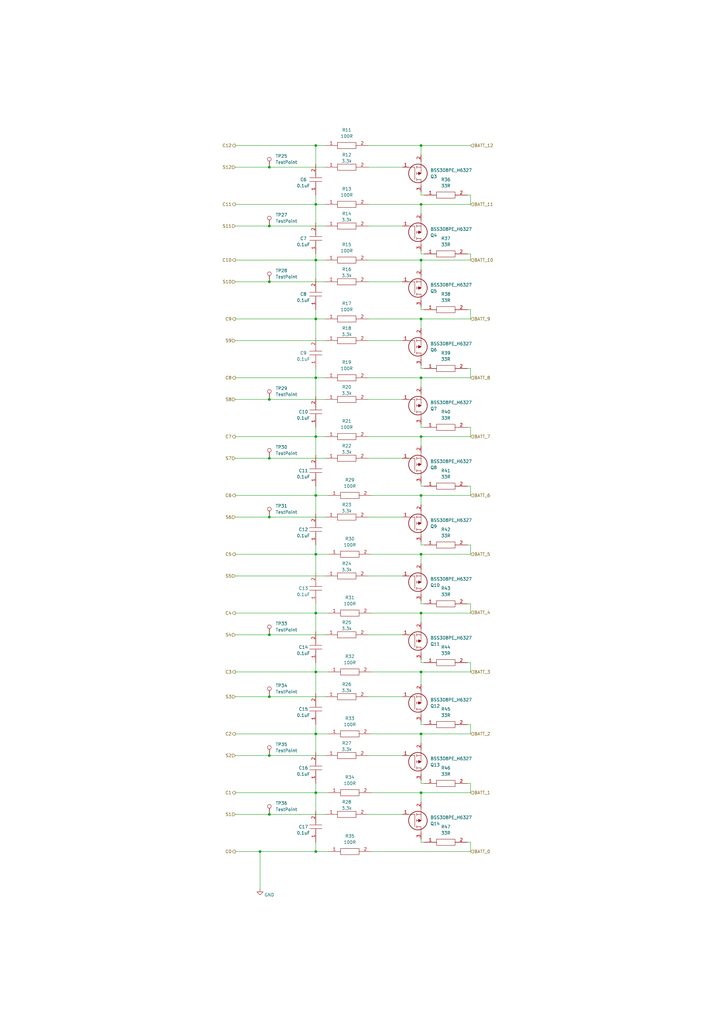
<source format=kicad_sch>
(kicad_sch (version 20211123) (generator eeschema)
  (paper "A3" portrait)
  (title_block (title "LVBMS_A_Sample_R2") (rev "2") (company "Team Swinburne"))
  (junction (at 172.72 130.81))
  (junction (at 172.72 179.07))
  (junction (at 129.54 227.33))
  (junction (at 129.54 325.12))
  (junction (at 129.54 154.94))
  (junction (at 110.49 163.83))
  (junction (at 172.72 300.99))
  (junction (at 129.54 83.82))
  (junction (at 129.54 300.99))
  (junction (at 110.49 212.09))
  (junction (at 106.68 349.25))
  (junction (at 110.49 115.57))
  (junction (at 129.54 251.46))
  (junction (at 129.54 59.69))
  (junction (at 129.54 203.2))
  (junction (at 172.72 106.68))
  (junction (at 129.54 179.07))
  (junction (at 110.49 334.01))
  (junction (at 110.49 92.71))
  (junction (at 110.49 285.75))
  (junction (at 110.49 187.96))
  (junction (at 172.72 325.12))
  (junction (at 172.72 83.82))
  (junction (at 110.49 260.35))
  (junction (at 172.72 154.94))
  (junction (at 129.54 106.68))
  (junction (at 129.54 275.59))
  (junction (at 129.54 130.81))
  (junction (at 110.49 309.88))
  (junction (at 172.72 203.2))
  (junction (at 129.54 349.25))
  (junction (at 172.72 275.59))
  (junction (at 172.72 59.69))
  (junction (at 110.4786 68.58))
  (junction (at 172.72 227.33))
  (junction (at 172.72 251.46))
  (wire (pts (xy 172.72 300.99) (xy 172.72 304.8)))
  (wire (pts (xy 129.54 203.2) (xy 129.54 210.82)))
  (wire (pts (xy 151.13 285.75) (xy 165.1 285.75)))
  (wire (pts (xy 172.72 104.14) (xy 173.99 104.14)))
  (wire (pts (xy 193.04 345.44) (xy 191.77 345.44)))
  (wire (pts (xy 172.72 251.46) (xy 193.04 251.46)))
  (wire (pts (xy 110.49 285.75) (xy 133.35 285.75)))
  (wire (pts (xy 151.13 187.96) (xy 165.1 187.96)))
  (wire (pts (xy 172.72 179.07) (xy 193.04 179.07)))
  (wire (pts (xy 129.54 59.69) (xy 133.35 59.69)))
  (wire (pts (xy 96.52 251.46) (xy 129.54 251.46)))
  (wire (pts (xy 129.54 251.46) (xy 129.54 259.08)))
  (wire (pts (xy 172.72 78.74) (xy 172.72 80.01)))
  (wire (pts (xy 96.52 309.88) (xy 110.49 309.88)))
  (wire (pts (xy 172.72 149.86) (xy 172.72 151.13)))
  (wire (pts (xy 129.54 227.33) (xy 134.62 227.33)))
  (wire (pts (xy 193.04 80.01) (xy 193.04 83.82)))
  (wire (pts (xy 173.99 271.78) (xy 172.72 271.78)))
  (wire (pts (xy 172.72 300.99) (xy 193.04 300.99)))
  (wire (pts (xy 172.72 151.13) (xy 173.99 151.13)))
  (wire (pts (xy 110.49 92.71) (xy 133.35 92.71)))
  (wire (pts (xy 129.54 175.26) (xy 129.54 179.07)))
  (wire (pts (xy 173.99 345.44) (xy 172.72 345.44)))
  (wire (pts (xy 129.54 67.31) (xy 129.54 59.69)))
  (wire (pts (xy 193.04 321.31) (xy 191.77 321.31)))
  (wire (pts (xy 96.52 130.81) (xy 129.54 130.81)))
  (wire (pts (xy 129.54 138.43) (xy 129.54 130.81)))
  (wire (pts (xy 172.72 223.52) (xy 172.72 222.25)))
  (wire (pts (xy 151.13 59.69) (xy 172.72 59.69)))
  (wire (pts (xy 172.72 275.59) (xy 172.72 280.67)))
  (wire (pts (xy 129.54 104.14) (xy 129.54 106.68)))
  (wire (pts (xy 129.54 186.69) (xy 129.54 179.07)))
  (wire (pts (xy 129.54 332.74) (xy 129.54 325.12)))
  (wire (pts (xy 151.13 68.58) (xy 165.1 68.58)))
  (wire (pts (xy 96.52 154.94) (xy 129.54 154.94)))
  (wire (pts (xy 151.13 163.83) (xy 165.1 163.83)))
  (wire (pts (xy 172.72 175.26) (xy 173.99 175.26)))
  (wire (pts (xy 129.54 154.94) (xy 133.35 154.94)))
  (wire (pts (xy 129.54 179.07) (xy 133.35 179.07)))
  (wire (pts (xy 193.04 349.25) (xy 193.04 345.44)))
  (wire (pts (xy 172.72 227.33) (xy 172.72 231.14)))
  (wire (pts (xy 129.54 130.81) (xy 133.35 130.81)))
  (wire (pts (xy 172.72 173.99) (xy 172.72 175.26)))
  (wire (pts (xy 96.52 285.75) (xy 110.49 285.75)))
  (wire (pts (xy 191.77 151.13) (xy 193.04 151.13)))
  (wire (pts (xy 129.54 127) (xy 129.54 130.81)))
  (wire (pts (xy 129.54 162.56) (xy 129.54 154.94)))
  (wire (pts (xy 129.54 91.44) (xy 129.54 83.82)))
  (wire (pts (xy 96.52 212.09) (xy 110.49 212.09)))
  (wire (pts (xy 96.52 300.99) (xy 129.54 300.99)))
  (wire (pts (xy 151.13 106.68) (xy 172.72 106.68)))
  (wire (pts (xy 172.72 227.33) (xy 193.04 227.33)))
  (wire (pts (xy 172.72 199.39) (xy 172.72 198.12)))
  (wire (pts (xy 193.04 104.14) (xy 193.04 106.68)))
  (wire (pts (xy 129.54 271.78) (xy 129.54 275.59)))
  (wire (pts (xy 129.54 114.3) (xy 129.54 106.68)))
  (wire (pts (xy 152.4 251.46) (xy 172.72 251.46)))
  (wire (pts (xy 193.04 300.99) (xy 193.04 297.18)))
  (wire (pts (xy 172.72 102.87) (xy 172.72 104.14)))
  (wire (pts (xy 152.4 349.25) (xy 193.04 349.25)))
  (wire (pts (xy 129.54 300.99) (xy 129.54 308.61)))
  (wire (pts (xy 96.52 325.12) (xy 129.54 325.12)))
  (wire (pts (xy 193.04 271.78) (xy 191.77 271.78)))
  (wire (pts (xy 151.13 334.01) (xy 165.1 334.01)))
  (wire (pts (xy 129.54 223.52) (xy 129.54 227.33)))
  (wire (pts (xy 129.54 325.12) (xy 134.62 325.12)))
  (wire (pts (xy 151.13 154.94) (xy 172.72 154.94)))
  (wire (pts (xy 172.72 325.12) (xy 172.72 328.93)))
  (wire (pts (xy 152.4 275.59) (xy 172.72 275.59)))
  (wire (pts (xy 110.49 309.88) (xy 133.35 309.88)))
  (wire (pts (xy 152.4 300.99) (xy 172.72 300.99)))
  (wire (pts (xy 96.52 179.07) (xy 129.54 179.07)))
  (wire (pts (xy 129.54 80.01) (xy 129.54 83.82)))
  (wire (pts (xy 172.72 179.07) (xy 172.72 182.88)))
  (wire (pts (xy 193.04 175.26) (xy 193.04 179.07)))
  (wire (pts (xy 172.72 345.44) (xy 172.72 344.17)))
  (wire (pts (xy 172.72 325.12) (xy 193.04 325.12)))
  (wire (pts (xy 151.13 236.22) (xy 165.1 236.22)))
  (wire (pts (xy 172.72 275.59) (xy 193.04 275.59)))
  (wire (pts (xy 193.04 203.2) (xy 193.04 199.39)))
  (wire (pts (xy 172.72 247.65) (xy 172.72 246.38)))
  (wire (pts (xy 173.99 321.31) (xy 172.72 321.31)))
  (wire (pts (xy 172.72 154.94) (xy 172.72 158.75)))
  (wire (pts (xy 129.54 227.33) (xy 129.54 234.95)))
  (wire (pts (xy 96.52 83.82) (xy 129.54 83.82)))
  (wire (pts (xy 172.72 251.46) (xy 172.72 255.27)))
  (wire (pts (xy 110.49 260.35) (xy 133.35 260.35)))
  (wire (pts (xy 172.72 130.81) (xy 172.72 134.62)))
  (wire (pts (xy 152.4 325.12) (xy 172.72 325.12)))
  (wire (pts (xy 172.72 106.68) (xy 193.04 106.68)))
  (wire (pts (xy 110.4786 68.58) (xy 133.35 68.58)))
  (wire (pts (xy 193.04 325.12) (xy 193.04 321.31)))
  (wire (pts (xy 96.52 92.71) (xy 110.49 92.71)))
  (wire (pts (xy 96.52 236.22) (xy 133.35 236.22)))
  (wire (pts (xy 172.72 59.69) (xy 193.04 59.69)))
  (wire (pts (xy 191.77 80.01) (xy 193.04 80.01)))
  (wire (pts (xy 96.52 59.69) (xy 129.54 59.69)))
  (wire (pts (xy 151.13 83.82) (xy 172.72 83.82)))
  (wire (pts (xy 151.13 309.88) (xy 165.1 309.88)))
  (wire (pts (xy 129.54 275.59) (xy 134.62 275.59)))
  (wire (pts (xy 172.72 127) (xy 173.99 127)))
  (wire (pts (xy 96.52 334.01) (xy 110.49 334.01)))
  (wire (pts (xy 172.72 321.31) (xy 172.72 320.04)))
  (wire (pts (xy 151.13 179.07) (xy 172.72 179.07)))
  (wire (pts (xy 96.52 187.96) (xy 110.49 187.96)))
  (wire (pts (xy 96.52 227.33) (xy 129.54 227.33)))
  (wire (pts (xy 110.49 334.01) (xy 133.35 334.01)))
  (wire (pts (xy 129.54 151.13) (xy 129.54 154.94)))
  (wire (pts (xy 129.54 345.44) (xy 129.54 349.25)))
  (wire (pts (xy 129.54 349.25) (xy 134.62 349.25)))
  (wire (pts (xy 151.13 139.7) (xy 165.1 139.7)))
  (wire (pts (xy 172.72 80.01) (xy 173.99 80.01)))
  (wire (pts (xy 129.54 275.59) (xy 129.54 284.48)))
  (wire (pts (xy 96.52 139.7) (xy 133.35 139.7)))
  (wire (pts (xy 106.68 349.25) (xy 129.54 349.25)))
  (wire (pts (xy 191.77 127) (xy 193.04 127)))
  (wire (pts (xy 191.77 175.26) (xy 193.04 175.26)))
  (wire (pts (xy 172.72 125.73) (xy 172.72 127)))
  (wire (pts (xy 193.04 151.13) (xy 193.04 154.94)))
  (wire (pts (xy 129.54 247.65) (xy 129.54 251.46)))
  (wire (pts (xy 96.52 349.25) (xy 106.68 349.25)))
  (wire (pts (xy 129.54 251.46) (xy 134.62 251.46)))
  (wire (pts (xy 106.68 364.49) (xy 106.68 349.25)))
  (wire (pts (xy 173.99 297.18) (xy 172.72 297.18)))
  (wire (pts (xy 96.52 275.59) (xy 129.54 275.59)))
  (wire (pts (xy 172.72 130.81) (xy 193.04 130.81)))
  (wire (pts (xy 173.99 247.65) (xy 172.72 247.65)))
  (wire (pts (xy 173.99 199.39) (xy 172.72 199.39)))
  (wire (pts (xy 172.72 83.82) (xy 172.72 87.63)))
  (wire (pts (xy 129.54 83.82) (xy 133.35 83.82)))
  (wire (pts (xy 129.54 203.2) (xy 134.62 203.2)))
  (wire (pts (xy 129.54 297.18) (xy 129.54 300.99)))
  (wire (pts (xy 151.13 130.81) (xy 172.72 130.81)))
  (wire (pts (xy 96.52 260.35) (xy 110.49 260.35)))
  (wire (pts (xy 193.04 251.46) (xy 193.04 247.65)))
  (wire (pts (xy 96.52 163.83) (xy 110.49 163.83)))
  (wire (pts (xy 129.54 199.39) (xy 129.54 203.2)))
  (wire (pts (xy 96.52 203.2) (xy 129.54 203.2)))
  (wire (pts (xy 151.13 212.09) (xy 165.1 212.09)))
  (wire (pts (xy 110.49 115.57) (xy 133.35 115.57)))
  (wire (pts (xy 96.52 115.57) (xy 110.49 115.57)))
  (wire (pts (xy 193.04 223.52) (xy 191.77 223.52)))
  (wire (pts (xy 110.49 212.09) (xy 133.35 212.09)))
  (wire (pts (xy 193.04 127) (xy 193.04 130.81)))
  (wire (pts (xy 152.4 203.2) (xy 172.72 203.2)))
  (wire (pts (xy 129.54 300.99) (xy 134.62 300.99)))
  (wire (pts (xy 152.4 227.33) (xy 172.72 227.33)))
  (wire (pts (xy 193.04 297.18) (xy 191.77 297.18)))
  (wire (pts (xy 193.04 275.59) (xy 193.04 271.78)))
  (wire (pts (xy 172.72 297.18) (xy 172.72 295.91)))
  (wire (pts (xy 151.13 260.35) (xy 165.1 260.35)))
  (wire (pts (xy 191.77 104.14) (xy 193.04 104.14)))
  (wire (pts (xy 151.13 115.57) (xy 165.1 115.57)))
  (wire (pts (xy 172.72 203.2) (xy 172.72 207.01)))
  (wire (pts (xy 172.72 106.68) (xy 172.72 110.49)))
  (wire (pts (xy 172.72 271.78) (xy 172.72 270.51)))
  (wire (pts (xy 110.49 163.83) (xy 133.35 163.83)))
  (wire (pts (xy 172.72 59.69) (xy 172.72 63.5)))
  (wire (pts (xy 96.52 106.68) (xy 129.54 106.68)))
  (wire (pts (xy 173.99 223.52) (xy 172.72 223.52)))
  (wire (pts (xy 129.54 321.31) (xy 129.54 325.12)))
  (wire (pts (xy 96.52 68.58) (xy 110.4786 68.58)))
  (wire (pts (xy 129.54 106.68) (xy 133.35 106.68)))
  (wire (pts (xy 193.04 247.65) (xy 191.77 247.65)))
  (wire (pts (xy 172.72 83.82) (xy 193.04 83.82)))
  (wire (pts (xy 110.49 187.96) (xy 133.35 187.96)))
  (wire (pts (xy 193.04 199.39) (xy 191.77 199.39)))
  (wire (pts (xy 151.13 92.71) (xy 165.1 92.71)))
  (wire (pts (xy 172.72 154.94) (xy 193.04 154.94)))
  (wire (pts (xy 172.72 203.2) (xy 193.04 203.2)))
  (wire (pts (xy 193.04 227.33) (xy 193.04 223.52)))
  (hierarchical_label "C7" (shape output) (at 96.52 179.07 180))
  (hierarchical_label "BATT_7" (shape input) (at 193.04 179.07 0))
  (hierarchical_label "S7" (shape input) (at 96.52 187.96 180))
  (hierarchical_label "S6" (shape input) (at 96.52 212.09 180))
  (hierarchical_label "BATT_0" (shape input) (at 193.04 349.25 0))
  (hierarchical_label "S5" (shape input) (at 96.52 236.22 180))
  (hierarchical_label "BATT_1" (shape input) (at 193.04 325.12 0))
  (hierarchical_label "C3" (shape output) (at 96.52 275.59 180))
  (hierarchical_label "C6" (shape output) (at 96.52 203.2 180))
  (hierarchical_label "S9" (shape input) (at 96.52 139.7 180))
  (hierarchical_label "C12" (shape output) (at 96.52 59.69 180))
  (hierarchical_label "BATT_10" (shape input) (at 193.04 106.68 0))
  (hierarchical_label "C1" (shape output) (at 96.52 325.12 180))
  (hierarchical_label "S1" (shape input) (at 96.52 334.01 180))
  (hierarchical_label "BATT_9" (shape input) (at 193.04 130.81 0))
  (hierarchical_label "S2" (shape input) (at 96.52 309.88 180))
  (hierarchical_label "BATT_12" (shape input) (at 193.04 59.69 0))
  (hierarchical_label "C5" (shape output) (at 96.52 227.33 180))
  (hierarchical_label "BATT_4" (shape input) (at 193.04 251.2082 0))
  (hierarchical_label "BATT_2" (shape input) (at 193.04 300.99 0))
  (hierarchical_label "C8" (shape output) (at 96.52 154.94 180))
  (hierarchical_label "S8" (shape input) (at 96.52 163.83 180))
  (hierarchical_label "C0" (shape output) (at 96.52 349.25 180))
  (hierarchical_label "BATT_3" (shape input) (at 193.04 275.59 0))
  (hierarchical_label "S12" (shape input) (at 96.52 68.58 180))
  (hierarchical_label "C9" (shape output) (at 96.52 130.81 180))
  (hierarchical_label "C10" (shape output) (at 96.52 106.68 180))
  (hierarchical_label "BATT_6" (shape input) (at 193.04 203.2 0))
  (hierarchical_label "BATT_8" (shape input) (at 193.04 154.94 0))
  (hierarchical_label "C11" (shape output) (at 96.52 83.82 180))
  (hierarchical_label "BATT_11" (shape input) (at 193.04 83.82 0))
  (hierarchical_label "S11" (shape input) (at 96.52 92.71 180))
  (hierarchical_label "S10" (shape input) (at 96.52 115.57 180))
  (hierarchical_label "S4" (shape input) (at 96.52 260.35 180))
  (hierarchical_label "S3" (shape input) (at 96.52 285.75 180))
  (hierarchical_label "C4" (shape output) (at 96.52 251.46 180))
  (hierarchical_label "C2" (shape output) (at 96.52 300.99 180))
  (hierarchical_label "BATT_5" (shape input) (at 193.04 227.33 0))
  (symbol (lib_id "ERJP06F1000V:ERJP06F1000V") (at 133.35 130.81 0) (unit 1)
    (property "Reference" "R17" (at 142.24 124.46 0))
    (property "Value" "100R" (at 142.24 127 0))
    (property "Footprint" "Resistor_SMD:R_0603_1608Metric_Pad0.98x0.95mm_HandSolder" (effects hide))
    (property "Datasheet" "https://industrial.panasonic.com/cdbs/www-data/pdf/RDO0000/AOA0000C331.pdf" (effects hide))
    (property "Description" "Panasonic ERJP06 Series Thick Film Surface Mount Resistor 0805 Case 100 +/-1% 0.5W +/-100ppm/C" (effects hide))
    (property "Height" "0.7" (effects hide))
    (property "Manufacturer_Name" "Panasonic" (effects hide))
    (property "Manufacturer_Part_Number" "ERJP06F1000V" (effects hide))
  )
  (symbol (lib_id "CC0805JRX7R9BB103:CC0805JRX7R9BB103") (at 129.54 199.39 90) (unit 1)
    (property "Reference" "C11" (at 124.46 193.04 90))
    (property "Value" "0.1uF" (at 124.46 195.58 90))
    (property "Footprint" "Capacitor_SMD:C_0603_1608Metric_Pad1.08x0.95mm_HandSolder" (effects hide))
    (property "Datasheet" "https://www.yageo.com/upload/media/product/productsearch/datasheet/mlcc/UPY-GPHC_X7R_6.3V-to-50V_20.pdf" (effects hide))
    (property "Description" "10000 pF +/-5% 50V Ceramic Capacitor X7R 0805 (2012 Metric)" (effects hide))
    (property "Height" "0.7" (effects hide))
    (property "Manufacturer_Name" "YAGEO" (effects hide))
    (property "Manufacturer_Part_Number" "CC0805JRX7R9BB103" (effects hide))
  )
  (symbol (lib_id "BSS308PE_H6327:BSS308PE_H6327") (at 165.1 285.75 0) (mirror x) (unit 1)
    (property "Reference" "Q12" (at 176.53 289.5601 0) (effects (justify left)))
    (property "Value" "BSS308PE_H6327" (at 176.53 287.0201 0) (effects (justify left)))
    (property "Footprint" "BMS_Library:SOT95P260X110-3N" (effects hide))
    (property "Datasheet" "https://componentsearchengine.com/Datasheets/1/BSS308PE H6327.pdf" (effects hide))
    (property "Description" "MOSFET P-Ch -30V -2A SOT-23-3" (effects hide))
    (property "Height" "1.1" (effects hide))
    (property "Manufacturer_Name" "Infineon" (effects hide))
    (property "Manufacturer_Part_Number" "BSS308PE H6327" (effects hide))
    (property "Mouser Part Number" "726-BSS308PEH6327" (effects hide))
    (property "Mouser Price/Stock" "https://www.mouser.co.uk/ProductDetail/Infineon-Technologies/BSS308PE-H6327?qs=oPPfIaWL1l0trIaeR9VW8A%3D%3D" (effects hide))
  )
  (symbol (lib_id "Connector:TestPoint") (at 110.49 285.75 0) (unit 1)
    (property "Reference" "TP34" (at 113.03 281.1779 0) (effects (justify left)))
    (property "Value" "TestPoint" (at 113.03 283.7179 0) (effects (justify left)))
    (property "Footprint" "TestPoint:TestPoint_Pad_D1.0mm" (effects hide))
  )
  (symbol (lib_id "BSS308PE_H6327:BSS308PE_H6327") (at 165.1 163.83 0) (mirror x) (unit 1)
    (property "Reference" "Q7" (at 176.53 167.6401 0) (effects (justify left)))
    (property "Value" "BSS308PE_H6327" (at 176.53 165.1001 0) (effects (justify left)))
    (property "Footprint" "BMS_Library:SOT95P260X110-3N" (effects hide))
    (property "Datasheet" "https://componentsearchengine.com/Datasheets/1/BSS308PE H6327.pdf" (effects hide))
    (property "Description" "MOSFET P-Ch -30V -2A SOT-23-3" (effects hide))
    (property "Height" "1.1" (effects hide))
    (property "Manufacturer_Name" "Infineon" (effects hide))
    (property "Manufacturer_Part_Number" "BSS308PE H6327" (effects hide))
    (property "Mouser Part Number" "726-BSS308PEH6327" (effects hide))
    (property "Mouser Price/Stock" "https://www.mouser.co.uk/ProductDetail/Infineon-Technologies/BSS308PE-H6327?qs=oPPfIaWL1l0trIaeR9VW8A%3D%3D" (effects hide))
  )
  (symbol (lib_id "CC0805JRX7R9BB103:CC0805JRX7R9BB103") (at 129.54 321.31 90) (unit 1)
    (property "Reference" "C16" (at 124.46 314.96 90))
    (property "Value" "0.1uF" (at 124.46 317.5 90))
    (property "Footprint" "Capacitor_SMD:C_0603_1608Metric_Pad1.08x0.95mm_HandSolder" (effects hide))
    (property "Datasheet" "https://www.yageo.com/upload/media/product/productsearch/datasheet/mlcc/UPY-GPHC_X7R_6.3V-to-50V_20.pdf" (effects hide))
    (property "Description" "10000 pF +/-5% 50V Ceramic Capacitor X7R 0805 (2012 Metric)" (effects hide))
    (property "Height" "0.7" (effects hide))
    (property "Manufacturer_Name" "YAGEO" (effects hide))
    (property "Manufacturer_Part_Number" "CC0805JRX7R9BB103" (effects hide))
  )
  (symbol (lib_id "ERJP06J332V:ERJP06J332V") (at 133.35 163.83 0) (unit 1)
    (property "Reference" "R20" (at 142.24 158.75 0))
    (property "Value" "3.3k" (at 142.24 161.29 0))
    (property "Footprint" "Resistor_SMD:R_0603_1608Metric_Pad0.98x0.95mm_HandSolder" (effects hide))
    (property "Datasheet" "https://industrial.panasonic.com/cdbs/www-data/pdf/RDO0000/AOA0000C331.pdf" (effects hide))
    (property "Description" "Panasonic ERJP06 Series Thick Film Anti-surge Resistor 0805 Case 3300 +/-5% 0.5W +/-200ppm/C" (effects hide))
    (property "Height" "0.7" (effects hide))
    (property "Manufacturer_Name" "Panasonic" (effects hide))
    (property "Manufacturer_Part_Number" "ERJP06J332V" (effects hide))
  )
  (symbol (lib_id "ERJP06F1000V:ERJP06F1000V") (at 134.62 227.33 0) (unit 1)
    (property "Reference" "R30" (at 143.51 220.98 0))
    (property "Value" "100R" (at 143.51 223.52 0))
    (property "Footprint" "Resistor_SMD:R_0603_1608Metric_Pad0.98x0.95mm_HandSolder" (effects hide))
    (property "Datasheet" "https://industrial.panasonic.com/cdbs/www-data/pdf/RDO0000/AOA0000C331.pdf" (effects hide))
    (property "Description" "Panasonic ERJP06 Series Thick Film Surface Mount Resistor 0805 Case 100 +/-1% 0.5W +/-100ppm/C" (effects hide))
    (property "Height" "0.7" (effects hide))
    (property "Manufacturer_Name" "Panasonic" (effects hide))
    (property "Manufacturer_Part_Number" "ERJP06F1000V" (effects hide))
  )
  (symbol (lib_id "Connector:TestPoint") (at 110.49 115.57 0) (unit 1)
    (property "Reference" "TP28" (at 113.03 110.9979 0) (effects (justify left)))
    (property "Value" "TestPoint" (at 113.03 113.5379 0) (effects (justify left)))
    (property "Footprint" "TestPoint:TestPoint_Pad_D1.0mm" (effects hide))
  )
  (symbol (lib_id "ERJ-P6WF33R0V:ERJ-P6WF33R0V") (at 173.99 80.01 0) (unit 1)
    (property "Reference" "R36" (at 182.88 73.66 0))
    (property "Value" "33R" (at 182.88 76.2 0))
    (property "Footprint" "Resistor_SMD:R_1206_3216Metric_Pad1.30x1.75mm_HandSolder" (effects hide))
    (property "Datasheet" "https://datasheet.datasheetarchive.com/originals/distributors/DKDS-25/487413.pdf" (effects hide))
    (property "Description" "Panasonic ERJP6W Series Thick Film Surface Mount Fixed Resistor 0805 Case 33 +/-1% 0.5W +/-200ppm/C" (effects hide))
    (property "Height" "0.75" (effects hide))
    (property "Manufacturer_Name" "Panasonic" (effects hide))
    (property "Manufacturer_Part_Number" "ERJ-P6WF33R0V" (effects hide))
    (property "Mouser Part Number" "667-ERJ-P6WF33R0V" (effects hide))
    (property "Mouser Price/Stock" "https://www.mouser.com/Search/Refine.aspx?Keyword=667-ERJ-P6WF33R0V" (effects hide))
  )
  (symbol (lib_id "ERJP06J332V:ERJP06J332V") (at 133.35 334.01 0) (unit 1)
    (property "Reference" "R28" (at 142.24 328.93 0))
    (property "Value" "3.3k" (at 142.24 331.47 0))
    (property "Footprint" "Resistor_SMD:R_0603_1608Metric_Pad0.98x0.95mm_HandSolder" (effects hide))
    (property "Datasheet" "https://industrial.panasonic.com/cdbs/www-data/pdf/RDO0000/AOA0000C331.pdf" (effects hide))
    (property "Description" "Panasonic ERJP06 Series Thick Film Anti-surge Resistor 0805 Case 3300 +/-5% 0.5W +/-200ppm/C" (effects hide))
    (property "Height" "0.7" (effects hide))
    (property "Manufacturer_Name" "Panasonic" (effects hide))
    (property "Manufacturer_Part_Number" "ERJP06J332V" (effects hide))
  )
  (symbol (lib_id "CC0805JRX7R9BB103:CC0805JRX7R9BB103") (at 129.54 175.26 90) (unit 1)
    (property "Reference" "C10" (at 124.46 168.91 90))
    (property "Value" "0.1uF" (at 124.46 171.45 90))
    (property "Footprint" "Capacitor_SMD:C_0603_1608Metric_Pad1.08x0.95mm_HandSolder" (effects hide))
    (property "Datasheet" "https://www.yageo.com/upload/media/product/productsearch/datasheet/mlcc/UPY-GPHC_X7R_6.3V-to-50V_20.pdf" (effects hide))
    (property "Description" "10000 pF +/-5% 50V Ceramic Capacitor X7R 0805 (2012 Metric)" (effects hide))
    (property "Height" "0.7" (effects hide))
    (property "Manufacturer_Name" "YAGEO" (effects hide))
    (property "Manufacturer_Part_Number" "CC0805JRX7R9BB103" (effects hide))
  )
  (symbol (lib_id "BSS308PE_H6327:BSS308PE_H6327") (at 165.1 309.88 0) (mirror x) (unit 1)
    (property "Reference" "Q13" (at 176.53 313.6901 0) (effects (justify left)))
    (property "Value" "BSS308PE_H6327" (at 176.53 311.1501 0) (effects (justify left)))
    (property "Footprint" "BMS_Library:SOT95P260X110-3N" (effects hide))
    (property "Datasheet" "https://componentsearchengine.com/Datasheets/1/BSS308PE H6327.pdf" (effects hide))
    (property "Description" "MOSFET P-Ch -30V -2A SOT-23-3" (effects hide))
    (property "Height" "1.1" (effects hide))
    (property "Manufacturer_Name" "Infineon" (effects hide))
    (property "Manufacturer_Part_Number" "BSS308PE H6327" (effects hide))
    (property "Mouser Part Number" "726-BSS308PEH6327" (effects hide))
    (property "Mouser Price/Stock" "https://www.mouser.co.uk/ProductDetail/Infineon-Technologies/BSS308PE-H6327?qs=oPPfIaWL1l0trIaeR9VW8A%3D%3D" (effects hide))
  )
  (symbol (lib_id "CC0805JRX7R9BB103:CC0805JRX7R9BB103") (at 129.54 345.44 90) (unit 1)
    (property "Reference" "C17" (at 124.46 339.09 90))
    (property "Value" "0.1uF" (at 124.46 341.63 90))
    (property "Footprint" "Capacitor_SMD:C_0603_1608Metric_Pad1.08x0.95mm_HandSolder" (effects hide))
    (property "Datasheet" "https://www.yageo.com/upload/media/product/productsearch/datasheet/mlcc/UPY-GPHC_X7R_6.3V-to-50V_20.pdf" (effects hide))
    (property "Description" "10000 pF +/-5% 50V Ceramic Capacitor X7R 0805 (2012 Metric)" (effects hide))
    (property "Height" "0.7" (effects hide))
    (property "Manufacturer_Name" "YAGEO" (effects hide))
    (property "Manufacturer_Part_Number" "CC0805JRX7R9BB103" (effects hide))
  )
  (symbol (lib_id "BSS308PE_H6327:BSS308PE_H6327") (at 165.1 92.71 0) (mirror x) (unit 1)
    (property "Reference" "Q4" (at 176.53 96.5201 0) (effects (justify left)))
    (property "Value" "BSS308PE_H6327" (at 176.53 93.9801 0) (effects (justify left)))
    (property "Footprint" "BMS_Library:SOT95P260X110-3N" (effects hide))
    (property "Datasheet" "https://componentsearchengine.com/Datasheets/1/BSS308PE H6327.pdf" (effects hide))
    (property "Description" "MOSFET P-Ch -30V -2A SOT-23-3" (effects hide))
    (property "Height" "1.1" (effects hide))
    (property "Manufacturer_Name" "Infineon" (effects hide))
    (property "Manufacturer_Part_Number" "BSS308PE H6327" (effects hide))
    (property "Mouser Part Number" "726-BSS308PEH6327" (effects hide))
    (property "Mouser Price/Stock" "https://www.mouser.co.uk/ProductDetail/Infineon-Technologies/BSS308PE-H6327?qs=oPPfIaWL1l0trIaeR9VW8A%3D%3D" (effects hide))
  )
  (symbol (lib_id "ERJP06F1000V:ERJP06F1000V") (at 133.35 106.68 0) (unit 1)
    (property "Reference" "R15" (at 142.24 100.33 0))
    (property "Value" "100R" (at 142.24 102.87 0))
    (property "Footprint" "Resistor_SMD:R_0603_1608Metric_Pad0.98x0.95mm_HandSolder" (effects hide))
    (property "Datasheet" "https://industrial.panasonic.com/cdbs/www-data/pdf/RDO0000/AOA0000C331.pdf" (effects hide))
    (property "Description" "Panasonic ERJP06 Series Thick Film Surface Mount Resistor 0805 Case 100 +/-1% 0.5W +/-100ppm/C" (effects hide))
    (property "Height" "0.7" (effects hide))
    (property "Manufacturer_Name" "Panasonic" (effects hide))
    (property "Manufacturer_Part_Number" "ERJP06F1000V" (effects hide))
  )
  (symbol (lib_id "Connector:TestPoint") (at 110.49 92.71 0) (unit 1)
    (property "Reference" "TP27" (at 113.03 88.1379 0) (effects (justify left)))
    (property "Value" "TestPoint" (at 113.03 90.6779 0) (effects (justify left)))
    (property "Footprint" "TestPoint:TestPoint_Pad_D1.0mm" (effects hide))
  )
  (symbol (lib_id "CC0805JRX7R9BB103:CC0805JRX7R9BB103") (at 129.54 271.78 90) (unit 1)
    (property "Reference" "C14" (at 124.46 265.43 90))
    (property "Value" "0.1uF" (at 124.46 267.97 90))
    (property "Footprint" "Capacitor_SMD:C_0603_1608Metric_Pad1.08x0.95mm_HandSolder" (effects hide))
    (property "Datasheet" "https://www.yageo.com/upload/media/product/productsearch/datasheet/mlcc/UPY-GPHC_X7R_6.3V-to-50V_20.pdf" (effects hide))
    (property "Description" "10000 pF +/-5% 50V Ceramic Capacitor X7R 0805 (2012 Metric)" (effects hide))
    (property "Height" "0.7" (effects hide))
    (property "Manufacturer_Name" "YAGEO" (effects hide))
    (property "Manufacturer_Part_Number" "CC0805JRX7R9BB103" (effects hide))
  )
  (symbol (lib_id "CC0805JRX7R9BB103:CC0805JRX7R9BB103") (at 129.54 127 90) (unit 1)
    (property "Reference" "C8" (at 124.46 120.65 90))
    (property "Value" "0.1uF" (at 124.46 123.19 90))
    (property "Footprint" "Capacitor_SMD:C_0603_1608Metric_Pad1.08x0.95mm_HandSolder" (effects hide))
    (property "Datasheet" "https://www.yageo.com/upload/media/product/productsearch/datasheet/mlcc/UPY-GPHC_X7R_6.3V-to-50V_20.pdf" (effects hide))
    (property "Description" "10000 pF +/-5% 50V Ceramic Capacitor X7R 0805 (2012 Metric)" (effects hide))
    (property "Height" "0.7" (effects hide))
    (property "Manufacturer_Name" "YAGEO" (effects hide))
    (property "Manufacturer_Part_Number" "CC0805JRX7R9BB103" (effects hide))
  )
  (symbol (lib_id "ERJ-P6WF33R0V:ERJ-P6WF33R0V") (at 173.99 175.26 0) (unit 1)
    (property "Reference" "R40" (at 182.88 168.91 0))
    (property "Value" "33R" (at 182.88 171.45 0))
    (property "Footprint" "Resistor_SMD:R_1206_3216Metric_Pad1.30x1.75mm_HandSolder" (effects hide))
    (property "Datasheet" "https://datasheet.datasheetarchive.com/originals/distributors/DKDS-25/487413.pdf" (effects hide))
    (property "Description" "Panasonic ERJP6W Series Thick Film Surface Mount Fixed Resistor 0805 Case 33 +/-1% 0.5W +/-200ppm/C" (effects hide))
    (property "Height" "0.75" (effects hide))
    (property "Manufacturer_Name" "Panasonic" (effects hide))
    (property "Manufacturer_Part_Number" "ERJ-P6WF33R0V" (effects hide))
    (property "Mouser Part Number" "667-ERJ-P6WF33R0V" (effects hide))
    (property "Mouser Price/Stock" "https://www.mouser.com/Search/Refine.aspx?Keyword=667-ERJ-P6WF33R0V" (effects hide))
  )
  (symbol (lib_id "ERJP06F1000V:ERJP06F1000V") (at 133.35 83.82 0) (unit 1)
    (property "Reference" "R13" (at 142.24 77.47 0))
    (property "Value" "100R" (at 142.24 80.01 0))
    (property "Footprint" "Resistor_SMD:R_0603_1608Metric_Pad0.98x0.95mm_HandSolder" (effects hide))
    (property "Datasheet" "https://industrial.panasonic.com/cdbs/www-data/pdf/RDO0000/AOA0000C331.pdf" (effects hide))
    (property "Description" "Panasonic ERJP06 Series Thick Film Surface Mount Resistor 0805 Case 100 +/-1% 0.5W +/-100ppm/C" (effects hide))
    (property "Height" "0.7" (effects hide))
    (property "Manufacturer_Name" "Panasonic" (effects hide))
    (property "Manufacturer_Part_Number" "ERJP06F1000V" (effects hide))
  )
  (symbol (lib_id "ERJ-P6WF33R0V:ERJ-P6WF33R0V") (at 173.99 345.44 0) (unit 1)
    (property "Reference" "R47" (at 182.88 339.09 0))
    (property "Value" "33R" (at 182.88 341.63 0))
    (property "Footprint" "Resistor_SMD:R_1206_3216Metric_Pad1.30x1.75mm_HandSolder" (effects hide))
    (property "Datasheet" "https://datasheet.datasheetarchive.com/originals/distributors/DKDS-25/487413.pdf" (effects hide))
    (property "Description" "Panasonic ERJP6W Series Thick Film Surface Mount Fixed Resistor 0805 Case 33 +/-1% 0.5W +/-200ppm/C" (effects hide))
    (property "Height" "0.75" (effects hide))
    (property "Manufacturer_Name" "Panasonic" (effects hide))
    (property "Manufacturer_Part_Number" "ERJ-P6WF33R0V" (effects hide))
    (property "Mouser Part Number" "667-ERJ-P6WF33R0V" (effects hide))
    (property "Mouser Price/Stock" "https://www.mouser.com/Search/Refine.aspx?Keyword=667-ERJ-P6WF33R0V" (effects hide))
  )
  (symbol (lib_id "ERJ-P6WF33R0V:ERJ-P6WF33R0V") (at 173.99 223.52 0) (unit 1)
    (property "Reference" "R42" (at 182.88 217.17 0))
    (property "Value" "33R" (at 182.88 219.71 0))
    (property "Footprint" "Resistor_SMD:R_1206_3216Metric_Pad1.30x1.75mm_HandSolder" (effects hide))
    (property "Datasheet" "https://datasheet.datasheetarchive.com/originals/distributors/DKDS-25/487413.pdf" (effects hide))
    (property "Description" "Panasonic ERJP6W Series Thick Film Surface Mount Fixed Resistor 0805 Case 33 +/-1% 0.5W +/-200ppm/C" (effects hide))
    (property "Height" "0.75" (effects hide))
    (property "Manufacturer_Name" "Panasonic" (effects hide))
    (property "Manufacturer_Part_Number" "ERJ-P6WF33R0V" (effects hide))
    (property "Mouser Part Number" "667-ERJ-P6WF33R0V" (effects hide))
    (property "Mouser Price/Stock" "https://www.mouser.com/Search/Refine.aspx?Keyword=667-ERJ-P6WF33R0V" (effects hide))
  )
  (symbol (lib_id "Connector:TestPoint") (at 110.49 309.88 0) (unit 1)
    (property "Reference" "TP35" (at 113.03 305.3079 0) (effects (justify left)))
    (property "Value" "TestPoint" (at 113.03 307.8479 0) (effects (justify left)))
    (property "Footprint" "TestPoint:TestPoint_Pad_D1.0mm" (effects hide))
  )
  (symbol (lib_id "BSS308PE_H6327:BSS308PE_H6327") (at 165.1 187.96 0) (mirror x) (unit 1)
    (property "Reference" "Q8" (at 176.53 191.7701 0) (effects (justify left)))
    (property "Value" "BSS308PE_H6327" (at 176.53 189.2301 0) (effects (justify left)))
    (property "Footprint" "BMS_Library:SOT95P260X110-3N" (effects hide))
    (property "Datasheet" "https://componentsearchengine.com/Datasheets/1/BSS308PE H6327.pdf" (effects hide))
    (property "Description" "MOSFET P-Ch -30V -2A SOT-23-3" (effects hide))
    (property "Height" "1.1" (effects hide))
    (property "Manufacturer_Name" "Infineon" (effects hide))
    (property "Manufacturer_Part_Number" "BSS308PE H6327" (effects hide))
    (property "Mouser Part Number" "726-BSS308PEH6327" (effects hide))
    (property "Mouser Price/Stock" "https://www.mouser.co.uk/ProductDetail/Infineon-Technologies/BSS308PE-H6327?qs=oPPfIaWL1l0trIaeR9VW8A%3D%3D" (effects hide))
  )
  (symbol (lib_id "ERJ-P6WF33R0V:ERJ-P6WF33R0V") (at 173.99 104.14 0) (unit 1)
    (property "Reference" "R37" (at 182.88 97.79 0))
    (property "Value" "33R" (at 182.88 100.33 0))
    (property "Footprint" "Resistor_SMD:R_1206_3216Metric_Pad1.30x1.75mm_HandSolder" (effects hide))
    (property "Datasheet" "https://datasheet.datasheetarchive.com/originals/distributors/DKDS-25/487413.pdf" (effects hide))
    (property "Description" "Panasonic ERJP6W Series Thick Film Surface Mount Fixed Resistor 0805 Case 33 +/-1% 0.5W +/-200ppm/C" (effects hide))
    (property "Height" "0.75" (effects hide))
    (property "Manufacturer_Name" "Panasonic" (effects hide))
    (property "Manufacturer_Part_Number" "ERJ-P6WF33R0V" (effects hide))
    (property "Mouser Part Number" "667-ERJ-P6WF33R0V" (effects hide))
    (property "Mouser Price/Stock" "https://www.mouser.com/Search/Refine.aspx?Keyword=667-ERJ-P6WF33R0V" (effects hide))
  )
  (symbol (lib_id "BSS308PE_H6327:BSS308PE_H6327") (at 165.1 236.22 0) (mirror x) (unit 1)
    (property "Reference" "Q10" (at 176.53 240.0301 0) (effects (justify left)))
    (property "Value" "BSS308PE_H6327" (at 176.53 237.4901 0) (effects (justify left)))
    (property "Footprint" "BMS_Library:SOT95P260X110-3N" (effects hide))
    (property "Datasheet" "https://componentsearchengine.com/Datasheets/1/BSS308PE H6327.pdf" (effects hide))
    (property "Description" "MOSFET P-Ch -30V -2A SOT-23-3" (effects hide))
    (property "Height" "1.1" (effects hide))
    (property "Manufacturer_Name" "Infineon" (effects hide))
    (property "Manufacturer_Part_Number" "BSS308PE H6327" (effects hide))
    (property "Mouser Part Number" "726-BSS308PEH6327" (effects hide))
    (property "Mouser Price/Stock" "https://www.mouser.co.uk/ProductDetail/Infineon-Technologies/BSS308PE-H6327?qs=oPPfIaWL1l0trIaeR9VW8A%3D%3D" (effects hide))
  )
  (symbol (lib_id "ERJP06J332V:ERJP06J332V") (at 133.35 236.22 0) (unit 1)
    (property "Reference" "R24" (at 142.24 231.14 0))
    (property "Value" "3.3k" (at 142.24 233.68 0))
    (property "Footprint" "Resistor_SMD:R_0603_1608Metric_Pad0.98x0.95mm_HandSolder" (effects hide))
    (property "Datasheet" "https://industrial.panasonic.com/cdbs/www-data/pdf/RDO0000/AOA0000C331.pdf" (effects hide))
    (property "Description" "Panasonic ERJP06 Series Thick Film Anti-surge Resistor 0805 Case 3300 +/-5% 0.5W +/-200ppm/C" (effects hide))
    (property "Height" "0.7" (effects hide))
    (property "Manufacturer_Name" "Panasonic" (effects hide))
    (property "Manufacturer_Part_Number" "ERJP06J332V" (effects hide))
  )
  (symbol (lib_id "ERJP06J332V:ERJP06J332V") (at 133.35 139.7 0) (unit 1)
    (property "Reference" "R18" (at 142.24 134.62 0))
    (property "Value" "3.3k" (at 142.24 137.16 0))
    (property "Footprint" "Resistor_SMD:R_0603_1608Metric_Pad0.98x0.95mm_HandSolder" (effects hide))
    (property "Datasheet" "https://industrial.panasonic.com/cdbs/www-data/pdf/RDO0000/AOA0000C331.pdf" (effects hide))
    (property "Description" "Panasonic ERJP06 Series Thick Film Anti-surge Resistor 0805 Case 3300 +/-5% 0.5W +/-200ppm/C" (effects hide))
    (property "Height" "0.7" (effects hide))
    (property "Manufacturer_Name" "Panasonic" (effects hide))
    (property "Manufacturer_Part_Number" "ERJP06J332V" (effects hide))
  )
  (symbol (lib_id "Connector:TestPoint") (at 110.49 187.96 0) (unit 1)
    (property "Reference" "TP30" (at 113.03 183.3879 0) (effects (justify left)))
    (property "Value" "TestPoint" (at 113.03 185.9279 0) (effects (justify left)))
    (property "Footprint" "TestPoint:TestPoint_Pad_D1.0mm" (effects hide))
  )
  (symbol (lib_id "CC0805JRX7R9BB103:CC0805JRX7R9BB103") (at 129.54 297.18 90) (unit 1)
    (property "Reference" "C15" (at 124.46 290.83 90))
    (property "Value" "0.1uF" (at 124.46 293.37 90))
    (property "Footprint" "Capacitor_SMD:C_0603_1608Metric_Pad1.08x0.95mm_HandSolder" (effects hide))
    (property "Datasheet" "https://www.yageo.com/upload/media/product/productsearch/datasheet/mlcc/UPY-GPHC_X7R_6.3V-to-50V_20.pdf" (effects hide))
    (property "Description" "10000 pF +/-5% 50V Ceramic Capacitor X7R 0805 (2012 Metric)" (effects hide))
    (property "Height" "0.7" (effects hide))
    (property "Manufacturer_Name" "YAGEO" (effects hide))
    (property "Manufacturer_Part_Number" "CC0805JRX7R9BB103" (effects hide))
  )
  (symbol (lib_id "CC0805JRX7R9BB103:CC0805JRX7R9BB103") (at 129.54 247.65 90) (unit 1)
    (property "Reference" "C13" (at 124.46 241.3 90))
    (property "Value" "0.1uF" (at 124.46 243.84 90))
    (property "Footprint" "Capacitor_SMD:C_0603_1608Metric_Pad1.08x0.95mm_HandSolder" (effects hide))
    (property "Datasheet" "https://www.yageo.com/upload/media/product/productsearch/datasheet/mlcc/UPY-GPHC_X7R_6.3V-to-50V_20.pdf" (effects hide))
    (property "Description" "10000 pF +/-5% 50V Ceramic Capacitor X7R 0805 (2012 Metric)" (effects hide))
    (property "Height" "0.7" (effects hide))
    (property "Manufacturer_Name" "YAGEO" (effects hide))
    (property "Manufacturer_Part_Number" "CC0805JRX7R9BB103" (effects hide))
  )
  (symbol (lib_id "CC0805JRX7R9BB103:CC0805JRX7R9BB103") (at 129.54 80.01 90) (unit 1)
    (property "Reference" "C6" (at 124.46 73.66 90))
    (property "Value" "0.1uF" (at 124.46 76.2 90))
    (property "Footprint" "Capacitor_SMD:C_0603_1608Metric_Pad1.08x0.95mm_HandSolder" (effects hide))
    (property "Datasheet" "https://www.yageo.com/upload/media/product/productsearch/datasheet/mlcc/UPY-GPHC_X7R_6.3V-to-50V_20.pdf" (effects hide))
    (property "Description" "10000 pF +/-5% 50V Ceramic Capacitor X7R 0805 (2012 Metric)" (effects hide))
    (property "Height" "0.7" (effects hide))
    (property "Manufacturer_Name" "YAGEO" (effects hide))
    (property "Manufacturer_Part_Number" "CC0805JRX7R9BB103" (effects hide))
  )
  (symbol (lib_id "ERJP06J332V:ERJP06J332V") (at 133.35 68.58 0) (unit 1)
    (property "Reference" "R12" (at 142.24 63.5 0))
    (property "Value" "3.3k" (at 142.24 66.04 0))
    (property "Footprint" "Resistor_SMD:R_0603_1608Metric_Pad0.98x0.95mm_HandSolder" (effects hide))
    (property "Datasheet" "https://industrial.panasonic.com/cdbs/www-data/pdf/RDO0000/AOA0000C331.pdf" (effects hide))
    (property "Description" "Panasonic ERJP06 Series Thick Film Anti-surge Resistor 0805 Case 3300 +/-5% 0.5W +/-200ppm/C" (effects hide))
    (property "Height" "0.7" (effects hide))
    (property "Manufacturer_Name" "Panasonic" (effects hide))
    (property "Manufacturer_Part_Number" "ERJP06J332V" (effects hide))
  )
  (symbol (lib_id "BSS308PE_H6327:BSS308PE_H6327") (at 165.1 68.58 0) (mirror x) (unit 1)
    (property "Reference" "Q3" (at 176.53 72.3901 0) (effects (justify left)))
    (property "Value" "BSS308PE_H6327" (at 176.53 69.8501 0) (effects (justify left)))
    (property "Footprint" "BMS_Library:SOT95P260X110-3N" (effects hide))
    (property "Datasheet" "https://componentsearchengine.com/Datasheets/1/BSS308PE H6327.pdf" (effects hide))
    (property "Description" "MOSFET P-Ch -30V -2A SOT-23-3" (effects hide))
    (property "Height" "1.1" (effects hide))
    (property "Manufacturer_Name" "Infineon" (effects hide))
    (property "Manufacturer_Part_Number" "BSS308PE H6327" (effects hide))
    (property "Mouser Part Number" "726-BSS308PEH6327" (effects hide))
    (property "Mouser Price/Stock" "https://www.mouser.co.uk/ProductDetail/Infineon-Technologies/BSS308PE-H6327?qs=oPPfIaWL1l0trIaeR9VW8A%3D%3D" (effects hide))
  )
  (symbol (lib_id "Connector:TestPoint") (at 110.49 260.35 0) (unit 1)
    (property "Reference" "TP33" (at 113.03 255.7779 0) (effects (justify left)))
    (property "Value" "TestPoint" (at 113.03 258.3179 0) (effects (justify left)))
    (property "Footprint" "TestPoint:TestPoint_Pad_D1.0mm" (effects hide))
  )
  (symbol (lib_id "ERJP06F1000V:ERJP06F1000V") (at 134.62 275.59 0) (unit 1)
    (property "Reference" "R32" (at 143.51 269.24 0))
    (property "Value" "100R" (at 143.51 271.78 0))
    (property "Footprint" "Resistor_SMD:R_0603_1608Metric_Pad0.98x0.95mm_HandSolder" (effects hide))
    (property "Datasheet" "https://industrial.panasonic.com/cdbs/www-data/pdf/RDO0000/AOA0000C331.pdf" (effects hide))
    (property "Description" "Panasonic ERJP06 Series Thick Film Surface Mount Resistor 0805 Case 100 +/-1% 0.5W +/-100ppm/C" (effects hide))
    (property "Height" "0.7" (effects hide))
    (property "Manufacturer_Name" "Panasonic" (effects hide))
    (property "Manufacturer_Part_Number" "ERJP06F1000V" (effects hide))
  )
  (symbol (lib_id "ERJP06J332V:ERJP06J332V") (at 133.35 260.35 0) (unit 1)
    (property "Reference" "R25" (at 142.24 255.27 0))
    (property "Value" "3.3k" (at 142.24 257.81 0))
    (property "Footprint" "Resistor_SMD:R_0603_1608Metric_Pad0.98x0.95mm_HandSolder" (effects hide))
    (property "Datasheet" "https://industrial.panasonic.com/cdbs/www-data/pdf/RDO0000/AOA0000C331.pdf" (effects hide))
    (property "Description" "Panasonic ERJP06 Series Thick Film Anti-surge Resistor 0805 Case 3300 +/-5% 0.5W +/-200ppm/C" (effects hide))
    (property "Height" "0.7" (effects hide))
    (property "Manufacturer_Name" "Panasonic" (effects hide))
    (property "Manufacturer_Part_Number" "ERJP06J332V" (effects hide))
  )
  (symbol (lib_id "CC0805JRX7R9BB103:CC0805JRX7R9BB103") (at 129.54 151.13 90) (unit 1)
    (property "Reference" "C9" (at 124.46 144.78 90))
    (property "Value" "0.1uF" (at 124.46 147.32 90))
    (property "Footprint" "Capacitor_SMD:C_0603_1608Metric_Pad1.08x0.95mm_HandSolder" (effects hide))
    (property "Datasheet" "https://www.yageo.com/upload/media/product/productsearch/datasheet/mlcc/UPY-GPHC_X7R_6.3V-to-50V_20.pdf" (effects hide))
    (property "Description" "10000 pF +/-5% 50V Ceramic Capacitor X7R 0805 (2012 Metric)" (effects hide))
    (property "Height" "0.7" (effects hide))
    (property "Manufacturer_Name" "YAGEO" (effects hide))
    (property "Manufacturer_Part_Number" "CC0805JRX7R9BB103" (effects hide))
  )
  (symbol (lib_id "ERJP06J332V:ERJP06J332V") (at 133.35 285.75 0) (unit 1)
    (property "Reference" "R26" (at 142.24 280.67 0))
    (property "Value" "3.3k" (at 142.24 283.21 0))
    (property "Footprint" "Resistor_SMD:R_0603_1608Metric_Pad0.98x0.95mm_HandSolder" (effects hide))
    (property "Datasheet" "https://industrial.panasonic.com/cdbs/www-data/pdf/RDO0000/AOA0000C331.pdf" (effects hide))
    (property "Description" "Panasonic ERJP06 Series Thick Film Anti-surge Resistor 0805 Case 3300 +/-5% 0.5W +/-200ppm/C" (effects hide))
    (property "Height" "0.7" (effects hide))
    (property "Manufacturer_Name" "Panasonic" (effects hide))
    (property "Manufacturer_Part_Number" "ERJP06J332V" (effects hide))
  )
  (symbol (lib_id "ERJP06F1000V:ERJP06F1000V") (at 133.35 59.69 0) (unit 1)
    (property "Reference" "R11" (at 142.24 53.34 0))
    (property "Value" "100R" (at 142.24 55.88 0))
    (property "Footprint" "Resistor_SMD:R_0603_1608Metric_Pad0.98x0.95mm_HandSolder" (effects hide))
    (property "Datasheet" "https://industrial.panasonic.com/cdbs/www-data/pdf/RDO0000/AOA0000C331.pdf" (effects hide))
    (property "Description" "Panasonic ERJP06 Series Thick Film Surface Mount Resistor 0805 Case 100 +/-1% 0.5W +/-100ppm/C" (effects hide))
    (property "Height" "0.7" (effects hide))
    (property "Manufacturer_Name" "Panasonic" (effects hide))
    (property "Manufacturer_Part_Number" "ERJP06F1000V" (effects hide))
  )
  (symbol (lib_id "ERJP06J332V:ERJP06J332V") (at 133.35 92.71 0) (unit 1)
    (property "Reference" "R14" (at 142.24 87.63 0))
    (property "Value" "3.3k" (at 142.24 90.17 0))
    (property "Footprint" "Resistor_SMD:R_0603_1608Metric_Pad0.98x0.95mm_HandSolder" (effects hide))
    (property "Datasheet" "https://industrial.panasonic.com/cdbs/www-data/pdf/RDO0000/AOA0000C331.pdf" (effects hide))
    (property "Description" "Panasonic ERJP06 Series Thick Film Anti-surge Resistor 0805 Case 3300 +/-5% 0.5W +/-200ppm/C" (effects hide))
    (property "Height" "0.7" (effects hide))
    (property "Manufacturer_Name" "Panasonic" (effects hide))
    (property "Manufacturer_Part_Number" "ERJP06J332V" (effects hide))
  )
  (symbol (lib_id "Connector:TestPoint") (at 110.49 212.09 0) (unit 1)
    (property "Reference" "TP31" (at 113.03 207.5179 0) (effects (justify left)))
    (property "Value" "TestPoint" (at 113.03 210.0579 0) (effects (justify left)))
    (property "Footprint" "TestPoint:TestPoint_Pad_D1.0mm" (effects hide))
  )
  (symbol (lib_id "ERJ-P6WF33R0V:ERJ-P6WF33R0V") (at 173.99 247.65 0) (unit 1)
    (property "Reference" "R43" (at 182.88 241.3 0))
    (property "Value" "33R" (at 182.88 243.84 0))
    (property "Footprint" "Resistor_SMD:R_1206_3216Metric_Pad1.30x1.75mm_HandSolder" (effects hide))
    (property "Datasheet" "https://datasheet.datasheetarchive.com/originals/distributors/DKDS-25/487413.pdf" (effects hide))
    (property "Description" "Panasonic ERJP6W Series Thick Film Surface Mount Fixed Resistor 0805 Case 33 +/-1% 0.5W +/-200ppm/C" (effects hide))
    (property "Height" "0.75" (effects hide))
    (property "Manufacturer_Name" "Panasonic" (effects hide))
    (property "Manufacturer_Part_Number" "ERJ-P6WF33R0V" (effects hide))
    (property "Mouser Part Number" "667-ERJ-P6WF33R0V" (effects hide))
    (property "Mouser Price/Stock" "https://www.mouser.com/Search/Refine.aspx?Keyword=667-ERJ-P6WF33R0V" (effects hide))
  )
  (symbol (lib_id "ERJ-P6WF33R0V:ERJ-P6WF33R0V") (at 173.99 151.13 0) (unit 1)
    (property "Reference" "R39" (at 182.88 144.78 0))
    (property "Value" "33R" (at 182.88 147.32 0))
    (property "Footprint" "Resistor_SMD:R_1206_3216Metric_Pad1.30x1.75mm_HandSolder" (effects hide))
    (property "Datasheet" "https://datasheet.datasheetarchive.com/originals/distributors/DKDS-25/487413.pdf" (effects hide))
    (property "Description" "Panasonic ERJP6W Series Thick Film Surface Mount Fixed Resistor 0805 Case 33 +/-1% 0.5W +/-200ppm/C" (effects hide))
    (property "Height" "0.75" (effects hide))
    (property "Manufacturer_Name" "Panasonic" (effects hide))
    (property "Manufacturer_Part_Number" "ERJ-P6WF33R0V" (effects hide))
    (property "Mouser Part Number" "667-ERJ-P6WF33R0V" (effects hide))
    (property "Mouser Price/Stock" "https://www.mouser.com/Search/Refine.aspx?Keyword=667-ERJ-P6WF33R0V" (effects hide))
  )
  (symbol (lib_id "BSS308PE_H6327:BSS308PE_H6327") (at 165.1 260.35 0) (mirror x) (unit 1)
    (property "Reference" "Q11" (at 176.53 264.1601 0) (effects (justify left)))
    (property "Value" "BSS308PE_H6327" (at 176.53 261.6201 0) (effects (justify left)))
    (property "Footprint" "BMS_Library:SOT95P260X110-3N" (effects hide))
    (property "Datasheet" "https://componentsearchengine.com/Datasheets/1/BSS308PE H6327.pdf" (effects hide))
    (property "Description" "MOSFET P-Ch -30V -2A SOT-23-3" (effects hide))
    (property "Height" "1.1" (effects hide))
    (property "Manufacturer_Name" "Infineon" (effects hide))
    (property "Manufacturer_Part_Number" "BSS308PE H6327" (effects hide))
    (property "Mouser Part Number" "726-BSS308PEH6327" (effects hide))
    (property "Mouser Price/Stock" "https://www.mouser.co.uk/ProductDetail/Infineon-Technologies/BSS308PE-H6327?qs=oPPfIaWL1l0trIaeR9VW8A%3D%3D" (effects hide))
  )
  (symbol (lib_id "ERJP06J332V:ERJP06J332V") (at 133.35 187.96 0) (unit 1)
    (property "Reference" "R22" (at 142.24 182.88 0))
    (property "Value" "3.3k" (at 142.24 185.42 0))
    (property "Footprint" "Resistor_SMD:R_0603_1608Metric_Pad0.98x0.95mm_HandSolder" (effects hide))
    (property "Datasheet" "https://industrial.panasonic.com/cdbs/www-data/pdf/RDO0000/AOA0000C331.pdf" (effects hide))
    (property "Description" "Panasonic ERJP06 Series Thick Film Anti-surge Resistor 0805 Case 3300 +/-5% 0.5W +/-200ppm/C" (effects hide))
    (property "Height" "0.7" (effects hide))
    (property "Manufacturer_Name" "Panasonic" (effects hide))
    (property "Manufacturer_Part_Number" "ERJP06J332V" (effects hide))
  )
  (symbol (lib_id "ERJP06F1000V:ERJP06F1000V") (at 134.62 251.46 0) (unit 1)
    (property "Reference" "R31" (at 143.51 245.11 0))
    (property "Value" "100R" (at 143.51 247.65 0))
    (property "Footprint" "Resistor_SMD:R_0603_1608Metric_Pad0.98x0.95mm_HandSolder" (effects hide))
    (property "Datasheet" "https://industrial.panasonic.com/cdbs/www-data/pdf/RDO0000/AOA0000C331.pdf" (effects hide))
    (property "Description" "Panasonic ERJP06 Series Thick Film Surface Mount Resistor 0805 Case 100 +/-1% 0.5W +/-100ppm/C" (effects hide))
    (property "Height" "0.7" (effects hide))
    (property "Manufacturer_Name" "Panasonic" (effects hide))
    (property "Manufacturer_Part_Number" "ERJP06F1000V" (effects hide))
  )
  (symbol (lib_id "ERJP06F1000V:ERJP06F1000V") (at 134.62 203.2 0) (unit 1)
    (property "Reference" "R29" (at 143.51 196.85 0))
    (property "Value" "100R" (at 143.51 199.39 0))
    (property "Footprint" "Resistor_SMD:R_0603_1608Metric_Pad0.98x0.95mm_HandSolder" (effects hide))
    (property "Datasheet" "https://industrial.panasonic.com/cdbs/www-data/pdf/RDO0000/AOA0000C331.pdf" (effects hide))
    (property "Description" "Panasonic ERJP06 Series Thick Film Surface Mount Resistor 0805 Case 100 +/-1% 0.5W +/-100ppm/C" (effects hide))
    (property "Height" "0.7" (effects hide))
    (property "Manufacturer_Name" "Panasonic" (effects hide))
    (property "Manufacturer_Part_Number" "ERJP06F1000V" (effects hide))
  )
  (symbol (lib_id "BSS308PE_H6327:BSS308PE_H6327") (at 165.1 334.01 0) (mirror x) (unit 1)
    (property "Reference" "Q14" (at 176.53 337.8201 0) (effects (justify left)))
    (property "Value" "BSS308PE_H6327" (at 176.53 335.2801 0) (effects (justify left)))
    (property "Footprint" "BMS_Library:SOT95P260X110-3N" (effects hide))
    (property "Datasheet" "https://componentsearchengine.com/Datasheets/1/BSS308PE H6327.pdf" (effects hide))
    (property "Description" "MOSFET P-Ch -30V -2A SOT-23-3" (effects hide))
    (property "Height" "1.1" (effects hide))
    (property "Manufacturer_Name" "Infineon" (effects hide))
    (property "Manufacturer_Part_Number" "BSS308PE H6327" (effects hide))
    (property "Mouser Part Number" "726-BSS308PEH6327" (effects hide))
    (property "Mouser Price/Stock" "https://www.mouser.co.uk/ProductDetail/Infineon-Technologies/BSS308PE-H6327?qs=oPPfIaWL1l0trIaeR9VW8A%3D%3D" (effects hide))
  )
  (symbol (lib_id "BSS308PE_H6327:BSS308PE_H6327") (at 165.1 115.57 0) (mirror x) (unit 1)
    (property "Reference" "Q5" (at 176.53 119.3801 0) (effects (justify left)))
    (property "Value" "BSS308PE_H6327" (at 176.53 116.8401 0) (effects (justify left)))
    (property "Footprint" "BMS_Library:SOT95P260X110-3N" (effects hide))
    (property "Datasheet" "https://componentsearchengine.com/Datasheets/1/BSS308PE H6327.pdf" (effects hide))
    (property "Description" "MOSFET P-Ch -30V -2A SOT-23-3" (effects hide))
    (property "Height" "1.1" (effects hide))
    (property "Manufacturer_Name" "Infineon" (effects hide))
    (property "Manufacturer_Part_Number" "BSS308PE H6327" (effects hide))
    (property "Mouser Part Number" "726-BSS308PEH6327" (effects hide))
    (property "Mouser Price/Stock" "https://www.mouser.co.uk/ProductDetail/Infineon-Technologies/BSS308PE-H6327?qs=oPPfIaWL1l0trIaeR9VW8A%3D%3D" (effects hide))
  )
  (symbol (lib_id "Connector:TestPoint") (at 110.4786 68.58 0) (unit 1)
    (property "Reference" "TP25" (at 113.0186 64.0079 0) (effects (justify left)))
    (property "Value" "TestPoint" (at 113.0186 66.5479 0) (effects (justify left)))
    (property "Footprint" "TestPoint:TestPoint_Pad_D1.0mm" (effects hide))
  )
  (symbol (lib_id "ERJP06F1000V:ERJP06F1000V") (at 133.35 154.94 0) (unit 1)
    (property "Reference" "R19" (at 142.24 148.59 0))
    (property "Value" "100R" (at 142.24 151.13 0))
    (property "Footprint" "Resistor_SMD:R_0603_1608Metric_Pad0.98x0.95mm_HandSolder" (effects hide))
    (property "Datasheet" "https://industrial.panasonic.com/cdbs/www-data/pdf/RDO0000/AOA0000C331.pdf" (effects hide))
    (property "Description" "Panasonic ERJP06 Series Thick Film Surface Mount Resistor 0805 Case 100 +/-1% 0.5W +/-100ppm/C" (effects hide))
    (property "Height" "0.7" (effects hide))
    (property "Manufacturer_Name" "Panasonic" (effects hide))
    (property "Manufacturer_Part_Number" "ERJP06F1000V" (effects hide))
  )
  (symbol (lib_id "ERJ-P6WF33R0V:ERJ-P6WF33R0V") (at 173.99 297.18 0) (unit 1)
    (property "Reference" "R45" (at 182.88 290.83 0))
    (property "Value" "33R" (at 182.88 293.37 0))
    (property "Footprint" "Resistor_SMD:R_1206_3216Metric_Pad1.30x1.75mm_HandSolder" (effects hide))
    (property "Datasheet" "https://datasheet.datasheetarchive.com/originals/distributors/DKDS-25/487413.pdf" (effects hide))
    (property "Description" "Panasonic ERJP6W Series Thick Film Surface Mount Fixed Resistor 0805 Case 33 +/-1% 0.5W +/-200ppm/C" (effects hide))
    (property "Height" "0.75" (effects hide))
    (property "Manufacturer_Name" "Panasonic" (effects hide))
    (property "Manufacturer_Part_Number" "ERJ-P6WF33R0V" (effects hide))
    (property "Mouser Part Number" "667-ERJ-P6WF33R0V" (effects hide))
    (property "Mouser Price/Stock" "https://www.mouser.com/Search/Refine.aspx?Keyword=667-ERJ-P6WF33R0V" (effects hide))
  )
  (symbol (lib_id "Connector:TestPoint") (at 110.49 163.83 0) (unit 1)
    (property "Reference" "TP29" (at 113.03 159.2579 0) (effects (justify left)))
    (property "Value" "TestPoint" (at 113.03 161.7979 0) (effects (justify left)))
    (property "Footprint" "TestPoint:TestPoint_Pad_D1.0mm" (effects hide))
  )
  (symbol (lib_id "ERJP06F1000V:ERJP06F1000V") (at 134.62 300.99 0) (unit 1)
    (property "Reference" "R33" (at 143.51 294.64 0))
    (property "Value" "100R" (at 143.51 297.18 0))
    (property "Footprint" "Resistor_SMD:R_0603_1608Metric_Pad0.98x0.95mm_HandSolder" (effects hide))
    (property "Datasheet" "https://industrial.panasonic.com/cdbs/www-data/pdf/RDO0000/AOA0000C331.pdf" (effects hide))
    (property "Description" "Panasonic ERJP06 Series Thick Film Surface Mount Resistor 0805 Case 100 +/-1% 0.5W +/-100ppm/C" (effects hide))
    (property "Height" "0.7" (effects hide))
    (property "Manufacturer_Name" "Panasonic" (effects hide))
    (property "Manufacturer_Part_Number" "ERJP06F1000V" (effects hide))
  )
  (symbol (lib_id "ERJ-P6WF33R0V:ERJ-P6WF33R0V") (at 173.99 127 0) (unit 1)
    (property "Reference" "R38" (at 182.88 120.65 0))
    (property "Value" "33R" (at 182.88 123.19 0))
    (property "Footprint" "Resistor_SMD:R_1206_3216Metric_Pad1.30x1.75mm_HandSolder" (effects hide))
    (property "Datasheet" "https://datasheet.datasheetarchive.com/originals/distributors/DKDS-25/487413.pdf" (effects hide))
    (property "Description" "Panasonic ERJP6W Series Thick Film Surface Mount Fixed Resistor 0805 Case 33 +/-1% 0.5W +/-200ppm/C" (effects hide))
    (property "Height" "0.75" (effects hide))
    (property "Manufacturer_Name" "Panasonic" (effects hide))
    (property "Manufacturer_Part_Number" "ERJ-P6WF33R0V" (effects hide))
    (property "Mouser Part Number" "667-ERJ-P6WF33R0V" (effects hide))
    (property "Mouser Price/Stock" "https://www.mouser.com/Search/Refine.aspx?Keyword=667-ERJ-P6WF33R0V" (effects hide))
  )
  (symbol (lib_id "ERJ-P6WF33R0V:ERJ-P6WF33R0V") (at 173.99 321.31 0) (unit 1)
    (property "Reference" "R46" (at 182.88 314.96 0))
    (property "Value" "33R" (at 182.88 317.5 0))
    (property "Footprint" "Resistor_SMD:R_1206_3216Metric_Pad1.30x1.75mm_HandSolder" (effects hide))
    (property "Datasheet" "https://datasheet.datasheetarchive.com/originals/distributors/DKDS-25/487413.pdf" (effects hide))
    (property "Description" "Panasonic ERJP6W Series Thick Film Surface Mount Fixed Resistor 0805 Case 33 +/-1% 0.5W +/-200ppm/C" (effects hide))
    (property "Height" "0.75" (effects hide))
    (property "Manufacturer_Name" "Panasonic" (effects hide))
    (property "Manufacturer_Part_Number" "ERJ-P6WF33R0V" (effects hide))
    (property "Mouser Part Number" "667-ERJ-P6WF33R0V" (effects hide))
    (property "Mouser Price/Stock" "https://www.mouser.com/Search/Refine.aspx?Keyword=667-ERJ-P6WF33R0V" (effects hide))
  )
  (symbol (lib_id "BSS308PE_H6327:BSS308PE_H6327") (at 165.1 212.09 0) (mirror x) (unit 1)
    (property "Reference" "Q9" (at 176.53 215.9001 0) (effects (justify left)))
    (property "Value" "BSS308PE_H6327" (at 176.53 213.3601 0) (effects (justify left)))
    (property "Footprint" "BMS_Library:SOT95P260X110-3N" (effects hide))
    (property "Datasheet" "https://componentsearchengine.com/Datasheets/1/BSS308PE H6327.pdf" (effects hide))
    (property "Description" "MOSFET P-Ch -30V -2A SOT-23-3" (effects hide))
    (property "Height" "1.1" (effects hide))
    (property "Manufacturer_Name" "Infineon" (effects hide))
    (property "Manufacturer_Part_Number" "BSS308PE H6327" (effects hide))
    (property "Mouser Part Number" "726-BSS308PEH6327" (effects hide))
    (property "Mouser Price/Stock" "https://www.mouser.co.uk/ProductDetail/Infineon-Technologies/BSS308PE-H6327?qs=oPPfIaWL1l0trIaeR9VW8A%3D%3D" (effects hide))
  )
  (symbol (lib_id "CC0805JRX7R9BB103:CC0805JRX7R9BB103") (at 129.54 104.14 90) (unit 1)
    (property "Reference" "C7" (at 124.46 97.79 90))
    (property "Value" "0.1uF" (at 124.46 100.33 90))
    (property "Footprint" "Capacitor_SMD:C_0603_1608Metric_Pad1.08x0.95mm_HandSolder" (effects hide))
    (property "Datasheet" "https://www.yageo.com/upload/media/product/productsearch/datasheet/mlcc/UPY-GPHC_X7R_6.3V-to-50V_20.pdf" (effects hide))
    (property "Description" "10000 pF +/-5% 50V Ceramic Capacitor X7R 0805 (2012 Metric)" (effects hide))
    (property "Height" "0.7" (effects hide))
    (property "Manufacturer_Name" "YAGEO" (effects hide))
    (property "Manufacturer_Part_Number" "CC0805JRX7R9BB103" (effects hide))
  )
  (symbol (lib_id "Connector:TestPoint") (at 110.49 334.01 0) (unit 1)
    (property "Reference" "TP36" (at 113.03 329.4379 0) (effects (justify left)))
    (property "Value" "TestPoint" (at 113.03 331.9779 0) (effects (justify left)))
    (property "Footprint" "TestPoint:TestPoint_Pad_D1.0mm" (effects hide))
  )
  (symbol (lib_id "power:GND") (at 106.68 364.49 0) (unit 1)
    (property "Reference" "#PWR013" (effects hide))
    (property "Value" "GND" (at 110.49 367.03 0))
  )
  (symbol (lib_id "CC0805JRX7R9BB103:CC0805JRX7R9BB103") (at 129.54 223.52 90) (unit 1)
    (property "Reference" "C12" (at 124.46 217.17 90))
    (property "Value" "0.1uF" (at 124.46 219.71 90))
    (property "Footprint" "Capacitor_SMD:C_0603_1608Metric_Pad1.08x0.95mm_HandSolder" (effects hide))
    (property "Datasheet" "https://www.yageo.com/upload/media/product/productsearch/datasheet/mlcc/UPY-GPHC_X7R_6.3V-to-50V_20.pdf" (effects hide))
    (property "Description" "10000 pF +/-5% 50V Ceramic Capacitor X7R 0805 (2012 Metric)" (effects hide))
    (property "Height" "0.7" (effects hide))
    (property "Manufacturer_Name" "YAGEO" (effects hide))
    (property "Manufacturer_Part_Number" "CC0805JRX7R9BB103" (effects hide))
  )
  (symbol (lib_id "ERJP06J332V:ERJP06J332V") (at 133.35 212.09 0) (unit 1)
    (property "Reference" "R23" (at 142.24 207.01 0))
    (property "Value" "3.3k" (at 142.24 209.55 0))
    (property "Footprint" "Resistor_SMD:R_0603_1608Metric_Pad0.98x0.95mm_HandSolder" (effects hide))
    (property "Datasheet" "https://industrial.panasonic.com/cdbs/www-data/pdf/RDO0000/AOA0000C331.pdf" (effects hide))
    (property "Description" "Panasonic ERJP06 Series Thick Film Anti-surge Resistor 0805 Case 3300 +/-5% 0.5W +/-200ppm/C" (effects hide))
    (property "Height" "0.7" (effects hide))
    (property "Manufacturer_Name" "Panasonic" (effects hide))
    (property "Manufacturer_Part_Number" "ERJP06J332V" (effects hide))
  )
  (symbol (lib_id "ERJP06F1000V:ERJP06F1000V") (at 133.35 179.07 0) (unit 1)
    (property "Reference" "R21" (at 142.24 172.72 0))
    (property "Value" "100R" (at 142.24 175.26 0))
    (property "Footprint" "Resistor_SMD:R_0603_1608Metric_Pad0.98x0.95mm_HandSolder" (effects hide))
    (property "Datasheet" "https://industrial.panasonic.com/cdbs/www-data/pdf/RDO0000/AOA0000C331.pdf" (effects hide))
    (property "Description" "Panasonic ERJP06 Series Thick Film Surface Mount Resistor 0805 Case 100 +/-1% 0.5W +/-100ppm/C" (effects hide))
    (property "Height" "0.7" (effects hide))
    (property "Manufacturer_Name" "Panasonic" (effects hide))
    (property "Manufacturer_Part_Number" "ERJP06F1000V" (effects hide))
  )
  (symbol (lib_id "ERJP06F1000V:ERJP06F1000V") (at 134.62 325.12 0) (unit 1)
    (property "Reference" "R34" (at 143.51 318.77 0))
    (property "Value" "100R" (at 143.51 321.31 0))
    (property "Footprint" "Resistor_SMD:R_0603_1608Metric_Pad0.98x0.95mm_HandSolder" (effects hide))
    (property "Datasheet" "https://industrial.panasonic.com/cdbs/www-data/pdf/RDO0000/AOA0000C331.pdf" (effects hide))
    (property "Description" "Panasonic ERJP06 Series Thick Film Surface Mount Resistor 0805 Case 100 +/-1% 0.5W +/-100ppm/C" (effects hide))
    (property "Height" "0.7" (effects hide))
    (property "Manufacturer_Name" "Panasonic" (effects hide))
    (property "Manufacturer_Part_Number" "ERJP06F1000V" (effects hide))
  )
  (symbol (lib_id "ERJ-P6WF33R0V:ERJ-P6WF33R0V") (at 173.99 271.78 0) (unit 1)
    (property "Reference" "R44" (at 182.88 265.43 0))
    (property "Value" "33R" (at 182.88 267.97 0))
    (property "Footprint" "Resistor_SMD:R_1206_3216Metric_Pad1.30x1.75mm_HandSolder" (effects hide))
    (property "Datasheet" "https://datasheet.datasheetarchive.com/originals/distributors/DKDS-25/487413.pdf" (effects hide))
    (property "Description" "Panasonic ERJP6W Series Thick Film Surface Mount Fixed Resistor 0805 Case 33 +/-1% 0.5W +/-200ppm/C" (effects hide))
    (property "Height" "0.75" (effects hide))
    (property "Manufacturer_Name" "Panasonic" (effects hide))
    (property "Manufacturer_Part_Number" "ERJ-P6WF33R0V" (effects hide))
    (property "Mouser Part Number" "667-ERJ-P6WF33R0V" (effects hide))
    (property "Mouser Price/Stock" "https://www.mouser.com/Search/Refine.aspx?Keyword=667-ERJ-P6WF33R0V" (effects hide))
  )
  (symbol (lib_id "BSS308PE_H6327:BSS308PE_H6327") (at 165.1 139.7 0) (mirror x) (unit 1)
    (property "Reference" "Q6" (at 176.53 143.5101 0) (effects (justify left)))
    (property "Value" "BSS308PE_H6327" (at 176.53 140.9701 0) (effects (justify left)))
    (property "Footprint" "BMS_Library:SOT95P260X110-3N" (effects hide))
    (property "Datasheet" "https://componentsearchengine.com/Datasheets/1/BSS308PE H6327.pdf" (effects hide))
    (property "Description" "MOSFET P-Ch -30V -2A SOT-23-3" (effects hide))
    (property "Height" "1.1" (effects hide))
    (property "Manufacturer_Name" "Infineon" (effects hide))
    (property "Manufacturer_Part_Number" "BSS308PE H6327" (effects hide))
    (property "Mouser Part Number" "726-BSS308PEH6327" (effects hide))
    (property "Mouser Price/Stock" "https://www.mouser.co.uk/ProductDetail/Infineon-Technologies/BSS308PE-H6327?qs=oPPfIaWL1l0trIaeR9VW8A%3D%3D" (effects hide))
  )
  (symbol (lib_id "ERJP06F1000V:ERJP06F1000V") (at 134.62 349.25 0) (unit 1)
    (property "Reference" "R35" (at 143.51 342.9 0))
    (property "Value" "100R" (at 143.51 345.44 0))
    (property "Footprint" "Resistor_SMD:R_0603_1608Metric_Pad0.98x0.95mm_HandSolder" (effects hide))
    (property "Datasheet" "https://industrial.panasonic.com/cdbs/www-data/pdf/RDO0000/AOA0000C331.pdf" (effects hide))
    (property "Description" "Panasonic ERJP06 Series Thick Film Surface Mount Resistor 0805 Case 100 +/-1% 0.5W +/-100ppm/C" (effects hide))
    (property "Height" "0.7" (effects hide))
    (property "Manufacturer_Name" "Panasonic" (effects hide))
    (property "Manufacturer_Part_Number" "ERJP06F1000V" (effects hide))
  )
  (symbol (lib_id "ERJP06J332V:ERJP06J332V") (at 133.35 115.57 0) (unit 1)
    (property "Reference" "R16" (at 142.24 110.49 0))
    (property "Value" "3.3k" (at 142.24 113.03 0))
    (property "Footprint" "Resistor_SMD:R_0603_1608Metric_Pad0.98x0.95mm_HandSolder" (effects hide))
    (property "Datasheet" "https://industrial.panasonic.com/cdbs/www-data/pdf/RDO0000/AOA0000C331.pdf" (effects hide))
    (property "Description" "Panasonic ERJP06 Series Thick Film Anti-surge Resistor 0805 Case 3300 +/-5% 0.5W +/-200ppm/C" (effects hide))
    (property "Height" "0.7" (effects hide))
    (property "Manufacturer_Name" "Panasonic" (effects hide))
    (property "Manufacturer_Part_Number" "ERJP06J332V" (effects hide))
  )
  (symbol (lib_id "ERJ-P6WF33R0V:ERJ-P6WF33R0V") (at 173.99 199.39 0) (unit 1)
    (property "Reference" "R41" (at 182.88 193.04 0))
    (property "Value" "33R" (at 182.88 195.58 0))
    (property "Footprint" "Resistor_SMD:R_1206_3216Metric_Pad1.30x1.75mm_HandSolder" (effects hide))
    (property "Datasheet" "https://datasheet.datasheetarchive.com/originals/distributors/DKDS-25/487413.pdf" (effects hide))
    (property "Description" "Panasonic ERJP6W Series Thick Film Surface Mount Fixed Resistor 0805 Case 33 +/-1% 0.5W +/-200ppm/C" (effects hide))
    (property "Height" "0.75" (effects hide))
    (property "Manufacturer_Name" "Panasonic" (effects hide))
    (property "Manufacturer_Part_Number" "ERJ-P6WF33R0V" (effects hide))
    (property "Mouser Part Number" "667-ERJ-P6WF33R0V" (effects hide))
    (property "Mouser Price/Stock" "https://www.mouser.com/Search/Refine.aspx?Keyword=667-ERJ-P6WF33R0V" (effects hide))
  )
  (symbol (lib_id "ERJP06J332V:ERJP06J332V") (at 133.35 309.88 0) (unit 1)
    (property "Reference" "R27" (at 142.24 304.8 0))
    (property "Value" "3.3k" (at 142.24 307.34 0))
    (property "Footprint" "Resistor_SMD:R_0603_1608Metric_Pad0.98x0.95mm_HandSolder" (effects hide))
    (property "Datasheet" "https://industrial.panasonic.com/cdbs/www-data/pdf/RDO0000/AOA0000C331.pdf" (effects hide))
    (property "Description" "Panasonic ERJP06 Series Thick Film Anti-surge Resistor 0805 Case 3300 +/-5% 0.5W +/-200ppm/C" (effects hide))
    (property "Height" "0.7" (effects hide))
    (property "Manufacturer_Name" "Panasonic" (effects hide))
    (property "Manufacturer_Part_Number" "ERJP06J332V" (effects hide))
  )
)
</source>
